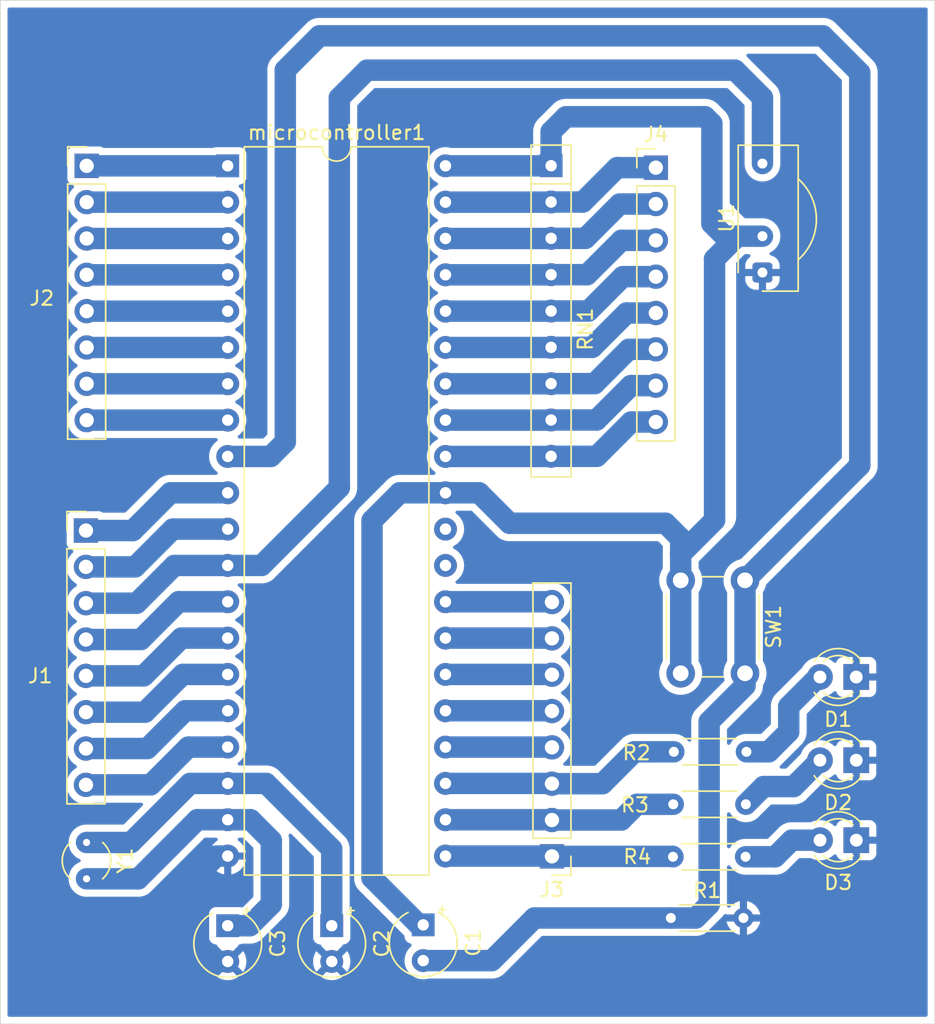
<source format=kicad_pcb>
(kicad_pcb (version 20221018) (generator pcbnew)
  (layers (0 "F.Cu" signal) (31 "B.Cu" signal) (34 "B.Paste" user) (35 "F.Paste" user) (36 "B.SilkS" user "B.Silkscreen") (37 "F.SilkS" user "F.Silkscreen") (38 "B.Mask" user) (39 "F.Mask" user) (44 "Edge.Cuts" user))
  (net 0 "")
  (net 1 "+5V")
  (net 2 "Net-(microcontroller1-RESET)")
  (net 3 "Net-(microcontroller1-X2)")
  (net 4 "GND")
  (net 5 "Net-(microcontroller1-X1)")
  (net 6 "Net-(D1-A)")
  (net 7 "Net-(D2-A)")
  (net 8 "Net-(D3-A)")
  (net 9 "Net-(J1-Pin_1)")
  (net 10 "Net-(J1-Pin_2)")
  (net 11 "Net-(J1-Pin_3)")
  (net 12 "Net-(J1-Pin_4)")
  (net 13 "Net-(J1-Pin_5)")
  (net 14 "Net-(J1-Pin_6)")
  (net 15 "Net-(J1-Pin_7)")
  (net 16 "Net-(J1-Pin_8)")
  (net 17 "Net-(J2-Pin_1)")
  (net 18 "Net-(J2-Pin_2)")
  (net 19 "Net-(J2-Pin_3)")
  (net 20 "Net-(J2-Pin_4)")
  (net 21 "Net-(J2-Pin_5)")
  (net 22 "Net-(J2-Pin_6)")
  (net 23 "Net-(J2-Pin_7)")
  (net 24 "Net-(J2-Pin_8)")
  (net 25 "Net-(J3-Pin_1)")
  (net 26 "Net-(J3-Pin_2)")
  (net 27 "Net-(J3-Pin_3)")
  (net 28 "Net-(J3-Pin_4)")
  (net 29 "Net-(J3-Pin_5)")
  (net 30 "Net-(J3-Pin_6)")
  (net 31 "Net-(J3-Pin_7)")
  (net 32 "Net-(J3-Pin_8)")
  (net 33 "Net-(J4-Pin_1)")
  (net 34 "Net-(J4-Pin_2)")
  (net 35 "Net-(J4-Pin_3)")
  (net 36 "Net-(J4-Pin_4)")
  (net 37 "Net-(J4-Pin_5)")
  (net 38 "Net-(J4-Pin_6)")
  (net 39 "Net-(J4-Pin_7)")
  (net 40 "Net-(J4-Pin_8)")
  (footprint "Button_Switch_THT:SW_PUSH_6mm" (layer "F.Cu") (at 101.39 60.43 -90)
    (fp_text reference "SW1" (at 3.25 -2 90) (layer "F.SilkS"))
    (fp_text value "SW_MEC_5E")
    (fp_line (start -0.25 1.5) (end -0.25 3) (stroke (width 0.12)) (layer "F.SilkS"))
    (fp_line (start 1 5.5) (end 5.5 5.5) (stroke (width 0.12)) (layer "F.SilkS"))
    (fp_line (start 5.5 -1) (end 1 -1) (stroke (width 0.12)) (layer "F.SilkS"))
    (fp_line (start 6.75 3) (end 6.75 1.5) (stroke (width 0.12)) (layer "F.SilkS"))
    (pad "1" thru_hole circle (at 0 0) (size 2 2) (drill 1.1) (layers "*.Cu" "*.Mask") (net 2 "Net-(microcontroller1-RESET)"))
    (pad "1" thru_hole circle (at 6.5 0) (size 2 2) (drill 1.1) (layers "*.Cu" "*.Mask") (net 2 "Net-(microcontroller1-RESET)"))
    (pad "2" thru_hole circle (at 0 4.5) (size 2 2) (drill 1.1) (layers "*.Cu" "*.Mask") (net 1 "+5V"))
    (pad "2" thru_hole circle (at 6.5 4.5) (size 2 2) (drill 1.1) (layers "*.Cu" "*.Mask") (net 1 "+5V"))
  )
  (footprint "Resistor_THT:R_Axial_DIN0204_L3.6mm_D1.6mm_P5.08mm_Horizontal" (layer "F.Cu") (at 96.37 76.09)
    (fp_text reference "R3" (at -2.68 0.05) (layer "F.SilkS"))
    (fp_text value "R_Small_US")
    (fp_line (start 0.62 -0.92) (end 4.46 -0.92) (stroke (width 0.12)) (layer "F.SilkS"))
    (fp_line (start 0.62 0.92) (end 4.46 0.92) (stroke (width 0.12)) (layer "F.SilkS"))
    (pad "1" thru_hole circle (at 0 0) (size 1.4 1.4) (drill 0.7) (layers "*.Cu" "*.Mask") (net 26 "Net-(J3-Pin_2)"))
    (pad "2" thru_hole oval (at 5.08 0) (size 1.4 1.4) (drill 0.7) (layers "*.Cu" "*.Mask") (net 7 "Net-(D2-A)"))
  )
  (footprint "LED_THT:LED_D3.0mm" (layer "F.Cu") (at 109.175 73.01 180)
    (fp_text reference "D2" (at 1.27 -2.96) (layer "F.SilkS"))
    (fp_text value "LED")
    (fp_line (start -0.29 -1.236) (end -0.29 -1.08) (stroke (width 0.12)) (layer "F.SilkS"))
    (fp_line (start -0.29 1.08) (end -0.29 1.236) (stroke (width 0.12)) (layer "F.SilkS"))
    (fp_arc (start -0.29 -1.235516) (mid 1.366487 -1.987659) (end 2.942335 -1.078608) (stroke (width 0.12)) (layer "F.SilkS"))
    (fp_arc (start 0.229039 -1.08) (mid 1.270117 -1.5) (end 2.31113 -1.079837) (stroke (width 0.12)) (layer "F.SilkS"))
    (fp_arc (start 2.31113 1.079837) (mid 1.270117 1.5) (end 0.229039 1.08) (stroke (width 0.12)) (layer "F.SilkS"))
    (fp_arc (start 2.942335 1.078608) (mid 1.366487 1.987659) (end -0.29 1.235516) (stroke (width 0.12)) (layer "F.SilkS"))
    (pad "1" thru_hole rect (at 0 0 180) (size 1.8 1.8) (drill 0.9) (layers "*.Cu" "*.Mask") (net 4 "GND"))
    (pad "2" thru_hole circle (at 2.54 0 180) (size 1.8 1.8) (drill 0.9) (layers "*.Cu" "*.Mask") (net 7 "Net-(D2-A)"))
  )
  (footprint "Connector_PinHeader_2.54mm:PinHeader_1x08_P2.54mm_Vertical" (layer "F.Cu") (at 95.15 31.58)
    (fp_text reference "J4" (at 0 -2.33) (layer "F.SilkS"))
    (fp_text value "Conn_01x08")
    (fp_line (start -1.33 -1.33) (end 0 -1.33) (stroke (width 0.12)) (layer "F.SilkS"))
    (fp_line (start -1.33 0) (end -1.33 -1.33) (stroke (width 0.12)) (layer "F.SilkS"))
    (fp_line (start -1.33 1.27) (end -1.33 19.11) (stroke (width 0.12)) (layer "F.SilkS"))
    (fp_line (start -1.33 1.27) (end 1.33 1.27) (stroke (width 0.12)) (layer "F.SilkS"))
    (fp_line (start -1.33 19.11) (end 1.33 19.11) (stroke (width 0.12)) (layer "F.SilkS"))
    (fp_line (start 1.33 1.27) (end 1.33 19.11) (stroke (width 0.12)) (layer "F.SilkS"))
    (pad "1" thru_hole rect (at 0 0) (size 1.7 1.7) (drill 1) (layers "*.Cu" "*.Mask") (net 33 "Net-(J4-Pin_1)"))
    (pad "2" thru_hole oval (at 0 2.54) (size 1.7 1.7) (drill 1) (layers "*.Cu" "*.Mask") (net 34 "Net-(J4-Pin_2)"))
    (pad "3" thru_hole oval (at 0 5.08) (size 1.7 1.7) (drill 1) (layers "*.Cu" "*.Mask") (net 35 "Net-(J4-Pin_3)"))
    (pad "4" thru_hole oval (at 0 7.62) (size 1.7 1.7) (drill 1) (layers "*.Cu" "*.Mask") (net 36 "Net-(J4-Pin_4)"))
    (pad "5" thru_hole oval (at 0 10.16) (size 1.7 1.7) (drill 1) (layers "*.Cu" "*.Mask") (net 37 "Net-(J4-Pin_5)"))
    (pad "6" thru_hole oval (at 0 12.7) (size 1.7 1.7) (drill 1) (layers "*.Cu" "*.Mask") (net 38 "Net-(J4-Pin_6)"))
    (pad "7" thru_hole oval (at 0 15.24) (size 1.7 1.7) (drill 1) (layers "*.Cu" "*.Mask") (net 39 "Net-(J4-Pin_7)"))
    (pad "8" thru_hole oval (at 0 17.78) (size 1.7 1.7) (drill 1) (layers "*.Cu" "*.Mask") (net 40 "Net-(J4-Pin_8)"))
  )
  (footprint "Resistor_THT:R_Axial_DIN0204_L3.6mm_D1.6mm_P5.08mm_Horizontal" (layer "F.Cu") (at 96.35 79.76)
    (fp_text reference "R4" (at -2.5 0) (layer "F.SilkS"))
    (fp_text value "R_Small_US")
    (fp_line (start 0.62 -0.92) (end 4.46 -0.92) (stroke (width 0.12)) (layer "F.SilkS"))
    (fp_line (start 0.62 0.92) (end 4.46 0.92) (stroke (width 0.12)) (layer "F.SilkS"))
    (pad "1" thru_hole circle (at 0 0) (size 1.4 1.4) (drill 0.7) (layers "*.Cu" "*.Mask") (net 25 "Net-(J3-Pin_1)"))
    (pad "2" thru_hole oval (at 5.08 0) (size 1.4 1.4) (drill 0.7) (layers "*.Cu" "*.Mask") (net 8 "Net-(D3-A)"))
  )
  (footprint "Connector_PinHeader_2.54mm:PinHeader_1x08_P2.54mm_Vertical" (layer "F.Cu") (at 87.88 79.73 180)
    (fp_text reference "J3" (at 0 -2.33) (layer "F.SilkS"))
    (fp_text value "Conn_01x08")
    (fp_line (start -1.33 -1.33) (end 0 -1.33) (stroke (width 0.12)) (layer "F.SilkS"))
    (fp_line (start -1.33 0) (end -1.33 -1.33) (stroke (width 0.12)) (layer "F.SilkS"))
    (fp_line (start -1.33 1.27) (end -1.33 19.11) (stroke (width 0.12)) (layer "F.SilkS"))
    (fp_line (start -1.33 1.27) (end 1.33 1.27) (stroke (width 0.12)) (layer "F.SilkS"))
    (fp_line (start -1.33 19.11) (end 1.33 19.11) (stroke (width 0.12)) (layer "F.SilkS"))
    (fp_line (start 1.33 1.27) (end 1.33 19.11) (stroke (width 0.12)) (layer "F.SilkS"))
    (pad "1" thru_hole rect (at 0 0 180) (size 1.7 1.7) (drill 1) (layers "*.Cu" "*.Mask") (net 25 "Net-(J3-Pin_1)"))
    (pad "2" thru_hole oval (at 0 2.54 180) (size 1.7 1.7) (drill 1) (layers "*.Cu" "*.Mask") (net 26 "Net-(J3-Pin_2)"))
    (pad "3" thru_hole oval (at 0 5.08 180) (size 1.7 1.7) (drill 1) (layers "*.Cu" "*.Mask") (net 27 "Net-(J3-Pin_3)"))
    (pad "4" thru_hole oval (at 0 7.62 180) (size 1.7 1.7) (drill 1) (layers "*.Cu" "*.Mask") (net 28 "Net-(J3-Pin_4)"))
    (pad "5" thru_hole oval (at 0 10.16 180) (size 1.7 1.7) (drill 1) (layers "*.Cu" "*.Mask") (net 29 "Net-(J3-Pin_5)"))
    (pad "6" thru_hole oval (at 0 12.7 180) (size 1.7 1.7) (drill 1) (layers "*.Cu" "*.Mask") (net 30 "Net-(J3-Pin_6)"))
    (pad "7" thru_hole oval (at 0 15.24 180) (size 1.7 1.7) (drill 1) (layers "*.Cu" "*.Mask") (net 31 "Net-(J3-Pin_7)"))
    (pad "8" thru_hole oval (at 0 17.78 180) (size 1.7 1.7) (drill 1) (layers "*.Cu" "*.Mask") (net 32 "Net-(J3-Pin_8)"))
  )
  (footprint "Crystal:Crystal_AT310_D3.0mm_L10.0mm_Vertical" (layer "F.Cu") (at 55.31 78.76 -90)
    (fp_text reference "Y1" (at 1.27 -2.7 90) (layer "F.SilkS"))
    (fp_text value "Crystal")
    (fp_arc (start 0 -1.130088) (mid 1.270408 -1.7) (end 2.540542 -1.129479) (stroke (width 0.12)) (layer "F.SilkS"))
    (fp_arc (start 2.540542 1.129479) (mid 1.270408 1.7) (end 0 1.130088) (stroke (width 0.12)) (layer "F.SilkS"))
    (pad "1" thru_hole circle (at 0 0 270) (size 1 1) (drill 0.5) (layers "*.Cu" "*.Mask") (net 3 "Net-(microcontroller1-X2)"))
    (pad "2" thru_hole circle (at 2.54 0 270) (size 1 1) (drill 0.5) (layers "*.Cu" "*.Mask") (net 5 "Net-(microcontroller1-X1)"))
  )
  (footprint "Capacitor_THT:CP_Radial_Tantal_D4.5mm_P2.50mm" (layer "F.Cu") (at 72.47 84.58 -90)
    (fp_text reference "C2" (at 1.25 -3.5 90) (layer "F.SilkS"))
    (fp_text value "C_Small")
    (fp_line (start -1.287288 -1.335) (end -0.837288 -1.335) (stroke (width 0.12)) (layer "F.SilkS"))
    (fp_line (start -1.062288 -1.56) (end -1.062288 -1.11) (stroke (width 0.12)) (layer "F.SilkS"))
    (fp_arc (start -0.869741 -1.06) (mid 3.62 0) (end -0.869741 1.06) (stroke (width 0.12)) (layer "F.SilkS"))
    (pad "1" thru_hole rect (at 0 0 270) (size 1.6 1.6) (drill 0.8) (layers "*.Cu" "*.Mask") (net 3 "Net-(microcontroller1-X2)"))
    (pad "2" thru_hole circle (at 2.5 0 270) (size 1.6 1.6) (drill 0.8) (layers "*.Cu" "*.Mask") (net 4 "GND"))
  )
  (footprint "Connector_PinHeader_2.54mm:PinHeader_1x08_P2.54mm_Vertical" (layer "F.Cu") (at 55.32 31.45)
    (fp_text reference "J2" (at -3.14 9.26) (layer "F.SilkS"))
    (fp_text value "Conn_01x08")
    (fp_line (start -1.33 -1.33) (end 0 -1.33) (stroke (width 0.12)) (layer "F.SilkS"))
    (fp_line (start -1.33 0) (end -1.33 -1.33) (stroke (width 0.12)) (layer "F.SilkS"))
    (fp_line (start -1.33 1.27) (end -1.33 19.11) (stroke (width 0.12)) (layer "F.SilkS"))
    (fp_line (start -1.33 1.27) (end 1.33 1.27) (stroke (width 0.12)) (layer "F.SilkS"))
    (fp_line (start -1.33 19.11) (end 1.33 19.11) (stroke (width 0.12)) (layer "F.SilkS"))
    (fp_line (start 1.33 1.27) (end 1.33 19.11) (stroke (width 0.12)) (layer "F.SilkS"))
    (pad "1" thru_hole rect (at 0 0) (size 1.7 1.7) (drill 1) (layers "*.Cu" "*.Mask") (net 17 "Net-(J2-Pin_1)"))
    (pad "2" thru_hole oval (at 0 2.54) (size 1.7 1.7) (drill 1) (layers "*.Cu" "*.Mask") (net 18 "Net-(J2-Pin_2)"))
    (pad "3" thru_hole oval (at 0 5.08) (size 1.7 1.7) (drill 1) (layers "*.Cu" "*.Mask") (net 19 "Net-(J2-Pin_3)"))
    (pad "4" thru_hole oval (at 0 7.62) (size 1.7 1.7) (drill 1) (layers "*.Cu" "*.Mask") (net 20 "Net-(J2-Pin_4)"))
    (pad "5" thru_hole oval (at 0 10.16) (size 1.7 1.7) (drill 1) (layers "*.Cu" "*.Mask") (net 21 "Net-(J2-Pin_5)"))
    (pad "6" thru_hole oval (at 0 12.7) (size 1.7 1.7) (drill 1) (layers "*.Cu" "*.Mask") (net 22 "Net-(J2-Pin_6)"))
    (pad "7" thru_hole oval (at 0 15.24) (size 1.7 1.7) (drill 1) (layers "*.Cu" "*.Mask") (net 23 "Net-(J2-Pin_7)"))
    (pad "8" thru_hole oval (at 0 17.78) (size 1.7 1.7) (drill 1) (layers "*.Cu" "*.Mask") (net 24 "Net-(J2-Pin_8)"))
  )
  (footprint "Resistor_THT:R_Axial_DIN0204_L3.6mm_D1.6mm_P5.08mm_Horizontal" (layer "F.Cu") (at 96.41 72.42)
    (fp_text reference "R2" (at -2.61 0.07) (layer "F.SilkS"))
    (fp_text value "R_Small_US")
    (fp_line (start 0.62 -0.92) (end 4.46 -0.92) (stroke (width 0.12)) (layer "F.SilkS"))
    (fp_line (start 0.62 0.92) (end 4.46 0.92) (stroke (width 0.12)) (layer "F.SilkS"))
    (pad "1" thru_hole circle (at 0 0) (size 1.4 1.4) (drill 0.7) (layers "*.Cu" "*.Mask") (net 27 "Net-(J3-Pin_3)"))
    (pad "2" thru_hole oval (at 5.08 0) (size 1.4 1.4) (drill 0.7) (layers "*.Cu" "*.Mask") (net 6 "Net-(D1-A)"))
  )
  (footprint "LED_THT:LED_D3.0mm" (layer "F.Cu") (at 109.175 67.19 180)
    (fp_text reference "D1" (at 1.27 -2.96) (layer "F.SilkS"))
    (fp_text value "LED")
    (fp_line (start -0.29 -1.236) (end -0.29 -1.08) (stroke (width 0.12)) (layer "F.SilkS"))
    (fp_line (start -0.29 1.08) (end -0.29 1.236) (stroke (width 0.12)) (layer "F.SilkS"))
    (fp_arc (start -0.29 -1.235516) (mid 1.366487 -1.987659) (end 2.942335 -1.078608) (stroke (width 0.12)) (layer "F.SilkS"))
    (fp_arc (start 0.229039 -1.08) (mid 1.270117 -1.5) (end 2.31113 -1.079837) (stroke (width 0.12)) (layer "F.SilkS"))
    (fp_arc (start 2.31113 1.079837) (mid 1.270117 1.5) (end 0.229039 1.08) (stroke (width 0.12)) (layer "F.SilkS"))
    (fp_arc (start 2.942335 1.078608) (mid 1.366487 1.987659) (end -0.29 1.235516) (stroke (width 0.12)) (layer "F.SilkS"))
    (pad "1" thru_hole rect (at 0 0 180) (size 1.8 1.8) (drill 0.9) (layers "*.Cu" "*.Mask") (net 4 "GND"))
    (pad "2" thru_hole circle (at 2.54 0 180) (size 1.8 1.8) (drill 0.9) (layers "*.Cu" "*.Mask") (net 6 "Net-(D1-A)"))
  )
  (footprint "LED_THT:LED_D3.0mm" (layer "F.Cu") (at 109.18 78.6 180)
    (fp_text reference "D3" (at 1.27 -2.96) (layer "F.SilkS"))
    (fp_text value "LED")
    (fp_line (start -0.29 -1.236) (end -0.29 -1.08) (stroke (width 0.12)) (layer "F.SilkS"))
    (fp_line (start -0.29 1.08) (end -0.29 1.236) (stroke (width 0.12)) (layer "F.SilkS"))
    (fp_arc (start -0.29 -1.235516) (mid 1.366487 -1.987659) (end 2.942335 -1.078608) (stroke (width 0.12)) (layer "F.SilkS"))
    (fp_arc (start 0.229039 -1.08) (mid 1.270117 -1.5) (end 2.31113 -1.079837) (stroke (width 0.12)) (layer "F.SilkS"))
    (fp_arc (start 2.31113 1.079837) (mid 1.270117 1.5) (end 0.229039 1.08) (stroke (width 0.12)) (layer "F.SilkS"))
    (fp_arc (start 2.942335 1.078608) (mid 1.366487 1.987659) (end -0.29 1.235516) (stroke (width 0.12)) (layer "F.SilkS"))
    (pad "1" thru_hole rect (at 0 0 180) (size 1.8 1.8) (drill 0.9) (layers "*.Cu" "*.Mask") (net 4 "GND"))
    (pad "2" thru_hole circle (at 2.54 0 180) (size 1.8 1.8) (drill 0.9) (layers "*.Cu" "*.Mask") (net 8 "Net-(D3-A)"))
  )
  (footprint "OptoDevice:Vishay_CAST-3Pin" (layer "F.Cu") (at 102.61 38.91 90)
    (fp_text reference "U1" (at 3.8 -2.5 90) (layer "F.SilkS"))
    (fp_text value "TSOP17xx")
    (fp_line (start -1.3 0) (end -1.3 2.5) (stroke (width 0.12)) (layer "F.SilkS"))
    (fp_line (start -1.3 2.5) (end 0.9 2.5) (stroke (width 0.12)) (layer "F.SilkS"))
    (fp_line (start 0.9 2.5) (end 6.6 2.5) (stroke (width 0.12)) (layer "F.SilkS"))
    (fp_line (start 6.5 2.5) (end 8.9 2.5) (stroke (width 0.12)) (layer "F.SilkS"))
    (fp_line (start 8.9 -1.7) (end 0 -1.7) (stroke (width 0.12)) (layer "F.SilkS"))
    (fp_line (start 8.9 2.5) (end 8.9 -1.7) (stroke (width 0.12)) (layer "F.SilkS"))
    (fp_arc (start 6.55 2.5) (mid 3.722825 3.776095) (end 0.893744 2.504232) (stroke (width 0.12)) (layer "F.SilkS"))
    (pad "1" thru_hole roundrect (at 0 0 90) (size 1.4 1.4) (drill 0.7) (layers "*.Cu" "*.Mask") (roundrect_rratio 0.178) (net 4 "GND"))
    (pad "2" thru_hole circle (at 2.54 0 90) (size 1.4 1.4) (drill 0.7) (layers "*.Cu" "*.Mask") (net 1 "+5V"))
    (pad "3" thru_hole circle (at 7.62 0 90) (size 1.4 1.4) (drill 0.7) (layers "*.Cu" "*.Mask") (net 11 "Net-(J1-Pin_3)"))
  )
  (footprint "Capacitor_THT:CP_Radial_Tantal_D4.5mm_P2.50mm" (layer "F.Cu") (at 78.87 84.52 -90)
    (fp_text reference "C1" (at 1.25 -3.5 90) (layer "F.SilkS"))
    (fp_text value "C_Small")
    (fp_line (start -1.287288 -1.335) (end -0.837288 -1.335) (stroke (width 0.12)) (layer "F.SilkS"))
    (fp_line (start -1.062288 -1.56) (end -1.062288 -1.11) (stroke (width 0.12)) (layer "F.SilkS"))
    (fp_arc (start -0.869741 -1.06) (mid 3.62 0) (end -0.869741 1.06) (stroke (width 0.12)) (layer "F.SilkS"))
    (pad "1" thru_hole rect (at 0 0 270) (size 1.6 1.6) (drill 0.8) (layers "*.Cu" "*.Mask") (net 1 "+5V"))
    (pad "2" thru_hole circle (at 2.5 0 270) (size 1.6 1.6) (drill 0.8) (layers "*.Cu" "*.Mask") (net 2 "Net-(microcontroller1-RESET)"))
  )
  (footprint "Resistor_THT:R_Array_SIP9" (layer "F.Cu") (at 87.82 31.44 -90)
    (fp_text reference "RN1" (at 11.43 -2.4 90) (layer "F.SilkS"))
    (fp_text value "R_Network08")
    (fp_line (start -1.44 -1.4) (end -1.44 1.4) (stroke (width 0.12)) (layer "F.SilkS"))
    (fp_line (start -1.44 1.4) (end 21.76 1.4) (stroke (width 0.12)) (layer "F.SilkS"))
    (fp_line (start 1.27 -1.4) (end 1.27 1.4) (stroke (width 0.12)) (layer "F.SilkS"))
    (fp_line (start 21.76 -1.4) (end -1.44 -1.4) (stroke (width 0.12)) (layer "F.SilkS"))
    (fp_line (start 21.76 1.4) (end 21.76 -1.4) (stroke (width 0.12)) (layer "F.SilkS"))
    (pad "1" thru_hole rect (at 0 0 270) (size 1.6 1.6) (drill 0.8) (layers "*.Cu" "*.Mask") (net 1 "+5V"))
    (pad "2" thru_hole oval (at 2.54 0 270) (size 1.6 1.6) (drill 0.8) (layers "*.Cu" "*.Mask") (net 33 "Net-(J4-Pin_1)"))
    (pad "3" thru_hole oval (at 5.08 0 270) (size 1.6 1.6) (drill 0.8) (layers "*.Cu" "*.Mask") (net 34 "Net-(J4-Pin_2)"))
    (pad "4" thru_hole oval (at 7.62 0 270) (size 1.6 1.6) (drill 0.8) (layers "*.Cu" "*.Mask") (net 35 "Net-(J4-Pin_3)"))
    (pad "5" thru_hole oval (at 10.16 0 270) (size 1.6 1.6) (drill 0.8) (layers "*.Cu" "*.Mask") (net 36 "Net-(J4-Pin_4)"))
    (pad "6" thru_hole oval (at 12.7 0 270) (size 1.6 1.6) (drill 0.8) (layers "*.Cu" "*.Mask") (net 37 "Net-(J4-Pin_5)"))
    (pad "7" thru_hole oval (at 15.24 0 270) (size 1.6 1.6) (drill 0.8) (layers "*.Cu" "*.Mask") (net 38 "Net-(J4-Pin_6)"))
    (pad "8" thru_hole oval (at 17.78 0 270) (size 1.6 1.6) (drill 0.8) (layers "*.Cu" "*.Mask") (net 39 "Net-(J4-Pin_7)"))
    (pad "9" thru_hole oval (at 20.32 0 270) (size 1.6 1.6) (drill 0.8) (layers "*.Cu" "*.Mask") (net 40 "Net-(J4-Pin_8)"))
  )
  (footprint "Resistor_THT:R_Axial_DIN0204_L3.6mm_D1.6mm_P5.08mm_Horizontal" (layer "F.Cu") (at 96.2 84.04)
    (fp_text reference "R1" (at 2.54 -1.92) (layer "F.SilkS"))
    (fp_text value "R_Small_US")
    (fp_line (start 0.62 -0.92) (end 4.46 -0.92) (stroke (width 0.12)) (layer "F.SilkS"))
    (fp_line (start 0.62 0.92) (end 4.46 0.92) (stroke (width 0.12)) (layer "F.SilkS"))
    (pad "1" thru_hole circle (at 0 0) (size 1.4 1.4) (drill 0.7) (layers "*.Cu" "*.Mask") (net 2 "Net-(microcontroller1-RESET)"))
    (pad "2" thru_hole oval (at 5.08 0) (size 1.4 1.4) (drill 0.7) (layers "*.Cu" "*.Mask") (net 4 "GND"))
  )
  (footprint "Capacitor_THT:CP_Radial_Tantal_D4.5mm_P2.50mm" (layer "F.Cu") (at 65.19 84.58 -90)
    (fp_text reference "C3" (at 1.25 -3.5 90) (layer "F.SilkS"))
    (fp_text value "C_Small")
    (fp_line (start -1.287288 -1.335) (end -0.837288 -1.335) (stroke (width 0.12)) (layer "F.SilkS"))
    (fp_line (start -1.062288 -1.56) (end -1.062288 -1.11) (stroke (width 0.12)) (layer "F.SilkS"))
    (fp_arc (start -0.869741 -1.06) (mid 3.62 0) (end -0.869741 1.06) (stroke (width 0.12)) (layer "F.SilkS"))
    (pad "1" thru_hole rect (at 0 0 270) (size 1.6 1.6) (drill 0.8) (layers "*.Cu" "*.Mask") (net 5 "Net-(microcontroller1-X1)"))
    (pad "2" thru_hole circle (at 2.5 0 270) (size 1.6 1.6) (drill 0.8) (layers "*.Cu" "*.Mask") (net 4 "GND"))
  )
  (footprint "Connector_PinHeader_2.54mm:PinHeader_1x08_P2.54mm_Vertical" (layer "F.Cu") (at 55.27 56.95)
    (fp_text reference "J1" (at -3.2 10.16) (layer "F.SilkS"))
    (fp_text value "Conn_01x08")
    (fp_line (start -1.33 -1.33) (end 0 -1.33) (stroke (width 0.12)) (layer "F.SilkS"))
    (fp_line (start -1.33 0) (end -1.33 -1.33) (stroke (width 0.12)) (layer "F.SilkS"))
    (fp_line (start -1.33 1.27) (end -1.33 19.11) (stroke (width 0.12)) (layer "F.SilkS"))
    (fp_line (start -1.33 1.27) (end 1.33 1.27) (stroke (width 0.12)) (layer "F.SilkS"))
    (fp_line (start -1.33 19.11) (end 1.33 19.11) (stroke (width 0.12)) (layer "F.SilkS"))
    (fp_line (start 1.33 1.27) (end 1.33 19.11) (stroke (width 0.12)) (layer "F.SilkS"))
    (pad "1" thru_hole rect (at 0 0) (size 1.7 1.7) (drill 1) (layers "*.Cu" "*.Mask") (net 9 "Net-(J1-Pin_1)"))
    (pad "2" thru_hole oval (at 0 2.54) (size 1.7 1.7) (drill 1) (layers "*.Cu" "*.Mask") (net 10 "Net-(J1-Pin_2)"))
    (pad "3" thru_hole oval (at 0 5.08) (size 1.7 1.7) (drill 1) (layers "*.Cu" "*.Mask") (net 11 "Net-(J1-Pin_3)"))
    (pad "4" thru_hole oval (at 0 7.62) (size 1.7 1.7) (drill 1) (layers "*.Cu" "*.Mask") (net 12 "Net-(J1-Pin_4)"))
    (pad "5" thru_hole oval (at 0 10.16) (size 1.7 1.7) (drill 1) (layers "*.Cu" "*.Mask") (net 13 "Net-(J1-Pin_5)"))
    (pad "6" thru_hole oval (at 0 12.7) (size 1.7 1.7) (drill 1) (layers "*.Cu" "*.Mask") (net 14 "Net-(J1-Pin_6)"))
    (pad "7" thru_hole oval (at 0 15.24) (size 1.7 1.7) (drill 1) (layers "*.Cu" "*.Mask") (net 15 "Net-(J1-Pin_7)"))
    (pad "8" thru_hole oval (at 0 17.78) (size 1.7 1.7) (drill 1) (layers "*.Cu" "*.Mask") (net 16 "Net-(J1-Pin_8)"))
  )
  (footprint "Package_DIP:DIP-40_W15.24mm" (layer "F.Cu") (at 65.19 31.45)
    (fp_text reference "microcontroller1" (at 7.62 -2.33) (layer "F.SilkS"))
    (fp_text value "8051")
    (fp_line (start 1.16 -1.33) (end 1.16 49.59) (stroke (width 0.12)) (layer "F.SilkS"))
    (fp_line (start 1.16 49.59) (end 14.08 49.59) (stroke (width 0.12)) (layer "F.SilkS"))
    (fp_line (start 6.62 -1.33) (end 1.16 -1.33) (stroke (width 0.12)) (layer "F.SilkS"))
    (fp_line (start 14.08 -1.33) (end 8.62 -1.33) (stroke (width 0.12)) (layer "F.SilkS"))
    (fp_line (start 14.08 49.59) (end 14.08 -1.33) (stroke (width 0.12)) (layer "F.SilkS"))
    (fp_arc (start 8.62 -1.33) (mid 7.62 -0.33) (end 6.62 -1.33) (stroke (width 0.12)) (layer "F.SilkS"))
    (pad "1" thru_hole rect (at 0 0) (size 1.6 1.6) (drill 0.8) (layers "*.Cu" "*.Mask") (net 17 "Net-(J2-Pin_1)"))
    (pad "2" thru_hole oval (at 0 2.54) (size 1.6 1.6) (drill 0.8) (layers "*.Cu" "*.Mask") (net 18 "Net-(J2-Pin_2)"))
    (pad "3" thru_hole oval (at 0 5.08) (size 1.6 1.6) (drill 0.8) (layers "*.Cu" "*.Mask") (net 19 "Net-(J2-Pin_3)"))
    (pad "4" thru_hole oval (at 0 7.62) (size 1.6 1.6) (drill 0.8) (layers "*.Cu" "*.Mask") (net 20 "Net-(J2-Pin_4)"))
    (pad "5" thru_hole oval (at 0 10.16) (size 1.6 1.6) (drill 0.8) (layers "*.Cu" "*.Mask") (net 21 "Net-(J2-Pin_5)"))
    (pad "6" thru_hole oval (at 0 12.7) (size 1.6 1.6) (drill 0.8) (layers "*.Cu" "*.Mask") (net 22 "Net-(J2-Pin_6)"))
    (pad "7" thru_hole oval (at 0 15.24) (size 1.6 1.6) (drill 0.8) (layers "*.Cu" "*.Mask") (net 23 "Net-(J2-Pin_7)"))
    (pad "8" thru_hole oval (at 0 17.78) (size 1.6 1.6) (drill 0.8) (layers "*.Cu" "*.Mask") (net 24 "Net-(J2-Pin_8)"))
    (pad "9" thru_hole oval (at 0 20.32) (size 1.6 1.6) (drill 0.8) (layers "*.Cu" "*.Mask") (net 2 "Net-(microcontroller1-RESET)"))
    (pad "10" thru_hole oval (at 0 22.86) (size 1.6 1.6) (drill 0.8) (layers "*.Cu" "*.Mask") (net 9 "Net-(J1-Pin_1)"))
    (pad "11" thru_hole oval (at 0 25.4) (size 1.6 1.6) (drill 0.8) (layers "*.Cu" "*.Mask") (net 10 "Net-(J1-Pin_2)"))
    (pad "12" thru_hole oval (at 0 27.94) (size 1.6 1.6) (drill 0.8) (layers "*.Cu" "*.Mask") (net 11 "Net-(J1-Pin_3)"))
    (pad "13" thru_hole oval (at 0 30.48) (size 1.6 1.6) (drill 0.8) (layers "*.Cu" "*.Mask") (net 12 "Net-(J1-Pin_4)"))
    (pad "14" thru_hole oval (at 0 33.02) (size 1.6 1.6) (drill 0.8) (layers "*.Cu" "*.Mask") (net 13 "Net-(J1-Pin_5)"))
    (pad "15" thru_hole oval (at 0 35.56) (size 1.6 1.6) (drill 0.8) (layers "*.Cu" "*.Mask") (net 14 "Net-(J1-Pin_6)"))
    (pad "16" thru_hole oval (at 0 38.1) (size 1.6 1.6) (drill 0.8) (layers "*.Cu" "*.Mask") (net 15 "Net-(J1-Pin_7)"))
    (pad "17" thru_hole oval (at 0 40.64) (size 1.6 1.6) (drill 0.8) (layers "*.Cu" "*.Mask") (net 16 "Net-(J1-Pin_8)"))
    (pad "18" thru_hole oval (at 0 43.18) (size 1.6 1.6) (drill 0.8) (layers "*.Cu" "*.Mask") (net 3 "Net-(microcontroller1-X2)"))
    (pad "19" thru_hole oval (at 0 45.72) (size 1.6 1.6) (drill 0.8) (layers "*.Cu" "*.Mask") (net 5 "Net-(microcontroller1-X1)"))
    (pad "20" thru_hole oval (at 0 48.26) (size 1.6 1.6) (drill 0.8) (layers "*.Cu" "*.Mask") (net 4 "GND"))
    (pad "21" thru_hole oval (at 15.24 48.26) (size 1.6 1.6) (drill 0.8) (layers "*.Cu" "*.Mask") (net 25 "Net-(J3-Pin_1)"))
    (pad "22" thru_hole oval (at 15.24 45.72) (size 1.6 1.6) (drill 0.8) (layers "*.Cu" "*.Mask") (net 26 "Net-(J3-Pin_2)"))
    (pad "23" thru_hole oval (at 15.24 43.18) (size 1.6 1.6) (drill 0.8) (layers "*.Cu" "*.Mask") (net 27 "Net-(J3-Pin_3)"))
    (pad "24" thru_hole oval (at 15.24 40.64) (size 1.6 1.6) (drill 0.8) (layers "*.Cu" "*.Mask") (net 28 "Net-(J3-Pin_4)"))
    (pad "25" thru_hole oval (at 15.24 38.1) (size 1.6 1.6) (drill 0.8) (layers "*.Cu" "*.Mask") (net 29 "Net-(J3-Pin_5)"))
    (pad "26" thru_hole oval (at 15.24 35.56) (size 1.6 1.6) (drill 0.8) (layers "*.Cu" "*.Mask") (net 30 "Net-(J3-Pin_6)"))
    (pad "27" thru_hole oval (at 15.24 33.02) (size 1.6 1.6) (drill 0.8) (layers "*.Cu" "*.Mask") (net 31 "Net-(J3-Pin_7)"))
    (pad "28" thru_hole oval (at 15.24 30.48) (size 1.6 1.6) (drill 0.8) (layers "*.Cu" "*.Mask") (net 32 "Net-(J3-Pin_8)"))
    (pad "29" thru_hole oval (at 15.24 27.94) (size 1.6 1.6) (drill 0.8) (layers "*.Cu" "*.Mask"))
    (pad "30" thru_hole oval (at 15.24 25.4) (size 1.6 1.6) (drill 0.8) (layers "*.Cu" "*.Mask"))
    (pad "31" thru_hole oval (at 15.24 22.86) (size 1.6 1.6) (drill 0.8) (layers "*.Cu" "*.Mask") (net 1 "+5V"))
    (pad "32" thru_hole oval (at 15.24 20.32) (size 1.6 1.6) (drill 0.8) (layers "*.Cu" "*.Mask") (net 40 "Net-(J4-Pin_8)"))
    (pad "33" thru_hole oval (at 15.24 17.78) (size 1.6 1.6) (drill 0.8) (layers "*.Cu" "*.Mask") (net 39 "Net-(J4-Pin_7)"))
    (pad "34" thru_hole oval (at 15.24 15.24) (size 1.6 1.6) (drill 0.8) (layers "*.Cu" "*.Mask") (net 38 "Net-(J4-Pin_6)"))
    (pad "35" thru_hole oval (at 15.24 12.7) (size 1.6 1.6) (drill 0.8) (layers "*.Cu" "*.Mask") (net 37 "Net-(J4-Pin_5)"))
    (pad "36" thru_hole oval (at 15.24 10.16) (size 1.6 1.6) (drill 0.8) (layers "*.Cu" "*.Mask") (net 36 "Net-(J4-Pin_4)"))
    (pad "37" thru_hole oval (at 15.24 7.62) (size 1.6 1.6) (drill 0.8) (layers "*.Cu" "*.Mask") (net 35 "Net-(J4-Pin_3)"))
    (pad "38" thru_hole oval (at 15.24 5.08) (size 1.6 1.6) (drill 0.8) (layers "*.Cu" "*.Mask") (net 34 "Net-(J4-Pin_2)"))
    (pad "39" thru_hole oval (at 15.24 2.54) (size 1.6 1.6) (drill 0.8) (layers "*.Cu" "*.Mask") (net 33 "Net-(J4-Pin_1)"))
    (pad "40" thru_hole oval (at 15.24 0) (size 1.6 1.6) (drill 0.8) (layers "*.Cu" "*.Mask") (net 1 "+5V"))
  )
  (gr_rect (start 114.67 90.44) (end 114.67 90.44) (stroke (width 0.05)) (fill none) (layer "Edge.Cuts"))
  (gr_rect (start 49.28 19.88) (end 114.67 91.45) (stroke (width 0.05)) (fill none) (layer "Edge.Cuts"))
  (segment (start 87.81 31.45) (end 87.82 31.44) (width 1.5) (layer "B.Cu") (net 1))
  (segment (start 78.57 84.52) (end 75.29 81.24) (width 1.5) (layer "B.Cu") (net 1))
  (segment (start 78.87 84.52) (end 78.57 84.52) (width 1.5) (layer "B.Cu") (net 1))
  (segment (start 99.07 35.48) (end 99.96 36.37) (width 1.5) (layer "B.Cu") (net 1))
  (segment (start 96.89 58.6) (end 96.89 57.5) (width 1.5) (layer "B.Cu") (net 1))
  (segment (start 87.82 29.06) (end 88.86 28.02) (width 1.5) (layer "B.Cu") (net 1))
  (segment (start 96.89 60.43) (end 96.89 66.93) (width 1.5) (layer "B.Cu") (net 1))
  (segment (start 87.82 31.44) (end 87.82 29.06) (width 1.5) (layer "B.Cu") (net 1))
  (segment (start 95.83 56.44) (end 84.91 56.44) (width 1.5) (layer "B.Cu") (net 1))
  (segment (start 75.29 56.25) (end 77.23 54.31) (width 1.5) (layer "B.Cu") (net 1))
  (segment (start 99.07 28.5) (end 99.07 35.48) (width 1.5) (layer "B.Cu") (net 1))
  (segment (start 100.85 36.37) (end 99.26 37.96) (width 1.5) (layer "B.Cu") (net 1))
  (segment (start 80.43 31.45) (end 87.81 31.45) (width 1.5) (layer "B.Cu") (net 1))
  (segment (start 99.26 37.96) (end 99.26 56.23) (width 1.5) (layer "B.Cu") (net 1))
  (segment (start 102.61 36.37) (end 100.85 36.37) (width 1.5) (layer "B.Cu") (net 1))
  (segment (start 84.91 56.44) (end 82.78 54.31) (width 1.5) (layer "B.Cu") (net 1))
  (segment (start 99.26 56.23) (end 96.89 58.6) (width 1.5) (layer "B.Cu") (net 1))
  (segment (start 75.29 81.24) (end 75.29 56.25) (width 1.5) (layer "B.Cu") (net 1))
  (segment (start 82.78 54.31) (end 80.43 54.31) (width 1.5) (layer "B.Cu") (net 1))
  (segment (start 96.89 57.5) (end 95.83 56.44) (width 1.5) (layer "B.Cu") (net 1))
  (segment (start 88.86 28.02) (end 98.59 28.02) (width 1.5) (layer "B.Cu") (net 1))
  (segment (start 98.59 28.02) (end 99.07 28.5) (width 1.5) (layer "B.Cu") (net 1))
  (segment (start 77.23 54.31) (end 80.43 54.31) (width 1.5) (layer "B.Cu") (net 1))
  (segment (start 99.96 36.37) (end 100.85 36.37) (width 1.5) (layer "B.Cu") (net 1))
  (segment (start 96.89 60.43) (end 96.89 58.6) (width 1.5) (layer "B.Cu") (net 1))
  (segment (start 101.39 60.43) (end 101.39 66.93) (width 1.5) (layer "B.Cu") (net 2))
  (segment (start 68.2 51.77) (end 65.19 51.77) (width 1.5) (layer "B.Cu") (net 2))
  (segment (start 96.2 84.04) (end 86.65 84.04) (width 1.5) (layer "B.Cu") (net 2))
  (segment (start 98.88 70.31) (end 101.39 67.8) (width 1.5) (layer "B.Cu") (net 2))
  (segment (start 69.22 24.75) (end 69.22 50.75) (width 1.5) (layer "B.Cu") (net 2))
  (segment (start 109.42 52.4) (end 109.42 24.94) (width 1.5) (layer "B.Cu") (net 2))
  (segment (start 69.22 50.75) (end 68.2 51.77) (width 1.5) (layer "B.Cu") (net 2))
  (segment (start 109.42 24.94) (end 106.84 22.36) (width 1.5) (layer "B.Cu") (net 2))
  (segment (start 83.67 87.02) (end 78.87 87.02) (width 1.5) (layer "B.Cu") (net 2))
  (segment (start 106.84 22.36) (end 71.61 22.36) (width 1.5) (layer "B.Cu") (net 2))
  (segment (start 97.94 84.04) (end 98.88 83.1) (width 1.5) (layer "B.Cu") (net 2))
  (segment (start 101.39 67.8) (end 101.39 66.93) (width 1.5) (layer "B.Cu") (net 2))
  (segment (start 96.2 84.04) (end 97.94 84.04) (width 1.5) (layer "B.Cu") (net 2))
  (segment (start 71.61 22.36) (end 69.22 24.75) (width 1.5) (layer "B.Cu") (net 2))
  (segment (start 98.88 83.1) (end 98.88 70.31) (width 1.5) (layer "B.Cu") (net 2))
  (segment (start 101.39 60.43) (end 109.42 52.4) (width 1.5) (layer "B.Cu") (net 2))
  (segment (start 86.65 84.04) (end 83.67 87.02) (width 1.5) (layer "B.Cu") (net 2))
  (segment (start 72.47 79.22) (end 67.88 74.63) (width 1.5) (layer "B.Cu") (net 3))
  (segment (start 67.88 74.63) (end 65.19 74.63) (width 1.5) (layer "B.Cu") (net 3))
  (segment (start 58.43 78.76) (end 62.56 74.63) (width 1.5) (layer "B.Cu") (net 3))
  (segment (start 62.56 74.63) (end 65.19 74.63) (width 1.5) (layer "B.Cu") (net 3))
  (segment (start 72.47 84.58) (end 72.47 79.22) (width 1.5) (layer "B.Cu") (net 3))
  (segment (start 55.31 78.76) (end 58.43 78.76) (width 1.5) (layer "B.Cu") (net 3))
  (segment (start 109.175 78.595) (end 109.18 78.6) (width 1.5) (layer "B.Cu") (net 4))
  (segment (start 62.17 86.28) (end 62.17 81.93) (width 1.5) (layer "B.Cu") (net 4))
  (segment (start 62.17 81.93) (end 64.39 79.71) (width 1.5) (layer "B.Cu") (net 4))
  (segment (start 65.19 87.08) (end 62.97 87.08) (width 1.5) (layer "B.Cu") (net 4))
  (segment (start 64.39 79.71) (end 65.19 79.71) (width 1.5) (layer "B.Cu") (net 4))
  (segment (start 62.97 87.08) (end 62.17 86.28) (width 1.5) (layer "B.Cu") (net 4))
  (segment (start 55.31 81.3) (end 58.93 81.3) (width 1.5) (layer "B.Cu") (net 5))
  (segment (start 68.24 83.08) (end 68.24 78.62) (width 1.5) (layer "B.Cu") (net 5))
  (segment (start 58.93 81.3) (end 63.06 77.17) (width 1.5) (layer "B.Cu") (net 5))
  (segment (start 63.06 77.17) (end 65.19 77.17) (width 1.5) (layer "B.Cu") (net 5))
  (segment (start 68.24 78.62) (end 66.79 77.17) (width 1.5) (layer "B.Cu") (net 5))
  (segment (start 66.79 77.17) (end 65.19 77.17) (width 1.5) (layer "B.Cu") (net 5))
  (segment (start 66.74 84.58) (end 68.24 83.08) (width 1.5) (layer "B.Cu") (net 5))
  (segment (start 65.19 84.58) (end 66.74 84.58) (width 1.5) (layer "B.Cu") (net 5))
  (segment (start 104.45 69.25) (end 104.45 71.02) (width 1.5) (layer "B.Cu") (net 6))
  (segment (start 106.635 67.19) (end 106.51 67.19) (width 1.5) (layer "B.Cu") (net 6))
  (segment (start 103.05 72.42) (end 101.49 72.42) (width 1.5) (layer "B.Cu") (net 6))
  (segment (start 106.51 67.19) (end 104.45 69.25) (width 1.5) (layer "B.Cu") (net 6))
  (segment (start 104.45 71.02) (end 103.05 72.42) (width 1.5) (layer "B.Cu") (net 6))
  (segment (start 102.69 74.85) (end 101.45 76.09) (width 1.5) (layer "B.Cu") (net 7))
  (segment (start 106.635 73.01) (end 104.795 74.85) (width 1.5) (layer "B.Cu") (net 7))
  (segment (start 104.795 74.85) (end 102.69 74.85) (width 1.5) (layer "B.Cu") (net 7))
  (segment (start 103.5 79.76) (end 101.43 79.76) (width 1.5) (layer "B.Cu") (net 8))
  (segment (start 104.66 78.6) (end 103.5 79.76) (width 1.5) (layer "B.Cu") (net 8))
  (segment (start 106.64 78.6) (end 104.66 78.6) (width 1.5) (layer "B.Cu") (net 8))
  (segment (start 55.27 56.95) (end 58.55 56.95) (width 1.5) (layer "B.Cu") (net 9))
  (segment (start 58.55 56.95) (end 61.19 54.31) (width 1.5) (layer "B.Cu") (net 9))
  (segment (start 61.19 54.31) (end 65.19 54.31) (width 1.5) (layer "B.Cu") (net 9))
  (segment (start 61.345836 56.85) (end 65.19 56.85) (width 1.5) (layer "B.Cu") (net 10))
  (segment (start 58.705836 59.49) (end 61.345836 56.85) (width 1.5) (layer "B.Cu") (net 10))
  (segment (start 55.27 59.49) (end 58.705836 59.49) (width 1.5) (layer "B.Cu") (net 10))
  (segment (start 74.94 24.76) (end 73 26.7) (width 1.5) (layer "B.Cu") (net 11))
  (segment (start 61.46 59.39) (end 65.19 59.39) (width 1.5) (layer "B.Cu") (net 11))
  (segment (start 102.61 26.68) (end 100.69 24.76) (width 1.5) (layer "B.Cu") (net 11))
  (segment (start 58.82 62.03) (end 61.46 59.39) (width 1.5) (layer "B.Cu") (net 11))
  (segment (start 73 26.7) (end 73 53.95) (width 1.5) (layer "B.Cu") (net 11))
  (segment (start 67.56 59.39) (end 65.19 59.39) (width 1.5) (layer "B.Cu") (net 11))
  (segment (start 102.61 31.29) (end 102.61 26.68) (width 1.5) (layer "B.Cu") (net 11))
  (segment (start 100.69 24.76) (end 74.94 24.76) (width 1.5) (layer "B.Cu") (net 11))
  (segment (start 73 53.95) (end 67.56 59.39) (width 1.5) (layer "B.Cu") (net 11))
  (segment (start 55.27 62.03) (end 58.82 62.03) (width 1.5) (layer "B.Cu") (net 11))
  (segment (start 55.27 64.57) (end 59.11 64.57) (width 1.5) (layer "B.Cu") (net 12))
  (segment (start 59.11 64.57) (end 61.75 61.93) (width 1.5) (layer "B.Cu") (net 12))
  (segment (start 61.75 61.93) (end 65.19 61.93) (width 1.5) (layer "B.Cu") (net 12))
  (segment (start 55.27 67.11) (end 59.305836 67.11) (width 1.5) (layer "B.Cu") (net 13))
  (segment (start 61.945836 64.47) (end 65.19 64.47) (width 1.5) (layer "B.Cu") (net 13))
  (segment (start 59.305836 67.11) (end 61.945836 64.47) (width 1.5) (layer "B.Cu") (net 13))
  (segment (start 55.27 69.65) (end 59.4 69.65) (width 1.5) (layer "B.Cu") (net 14))
  (segment (start 59.4 69.65) (end 62.04 67.01) (width 1.5) (layer "B.Cu") (net 14))
  (segment (start 62.04 67.01) (end 65.19 67.01) (width 1.5) (layer "B.Cu") (net 14))
  (segment (start 55.27 72.19) (end 59.565836 72.19) (width 1.5) (layer "B.Cu") (net 15))
  (segment (start 62.205836 69.55) (end 65.19 69.55) (width 1.5) (layer "B.Cu") (net 15))
  (segment (start 59.565836 72.19) (end 62.205836 69.55) (width 1.5) (layer "B.Cu") (net 15))
  (segment (start 59.795 74.73) (end 62.435 72.09) (width 1.5) (layer "B.Cu") (net 16))
  (segment (start 55.27 74.73) (end 59.795 74.73) (width 1.5) (layer "B.Cu") (net 16))
  (segment (start 62.435 72.09) (end 65.19 72.09) (width 1.5) (layer "B.Cu") (net 16))
  (segment (start 55.32 31.45) (end 65.19 31.45) (width 1.5) (layer "B.Cu") (net 17))
  (segment (start 55.32 33.99) (end 65.19 33.99) (width 1.5) (layer "B.Cu") (net 18))
  (segment (start 55.32 36.53) (end 65.19 36.53) (width 1.5) (layer "B.Cu") (net 19))
  (segment (start 55.32 39.07) (end 65.19 39.07) (width 1.5) (layer "B.Cu") (net 20))
  (segment (start 55.32 41.61) (end 65.19 41.61) (width 1.5) (layer "B.Cu") (net 21))
  (segment (start 55.32 44.15) (end 65.19 44.15) (width 1.5) (layer "B.Cu") (net 22))
  (segment (start 55.32 46.69) (end 65.19 46.69) (width 1.5) (layer "B.Cu") (net 23))
  (segment (start 55.32 49.23) (end 65.19 49.23) (width 1.5) (layer "B.Cu") (net 24))
  (segment (start 80.43 79.71) (end 87.86 79.71) (width 1.5) (layer "B.Cu") (net 25))
  (segment (start 96.32 79.73) (end 96.35 79.76) (width 1.5) (layer "B.Cu") (net 25))
  (segment (start 87.88 79.73) (end 96.32 79.73) (width 1.5) (layer "B.Cu") (net 25))
  (segment (start 87.86 79.71) (end 87.88 79.73) (width 1.5) (layer "B.Cu") (net 25))
  (segment (start 92.73 77.19) (end 93.83 76.09) (width 1.5) (layer "B.Cu") (net 26))
  (segment (start 87.88 77.19) (end 92.73 77.19) (width 1.5) (layer "B.Cu") (net 26))
  (segment (start 93.83 76.09) (end 96.37 76.09) (width 1.5) (layer "B.Cu") (net 26))
  (segment (start 87.86 77.17) (end 87.88 77.19) (width 1.5) (layer "B.Cu") (net 26))
  (segment (start 80.43 77.17) (end 87.86 77.17) (width 1.5) (layer "B.Cu") (net 26))
  (segment (start 87.88 74.65) (end 91.42 74.65) (width 1.5) (layer "B.Cu") (net 27))
  (segment (start 91.42 74.65) (end 93.65 72.42) (width 1.5) (layer "B.Cu") (net 27))
  (segment (start 93.65 72.42) (end 96.41 72.42) (width 1.5) (layer "B.Cu") (net 27))
  (segment (start 87.86 74.63) (end 87.88 74.65) (width 1.5) (layer "B.Cu") (net 27))
  (segment (start 80.43 74.63) (end 87.86 74.63) (width 1.5) (layer "B.Cu") (net 27))
  (segment (start 80.43 72.09) (end 87.86 72.09) (width 1.5) (layer "B.Cu") (net 28))
  (segment (start 87.86 72.09) (end 87.88 72.11) (width 1.5) (layer "B.Cu") (net 28))
  (segment (start 80.43 69.55) (end 87.86 69.55) (width 1.5) (layer "B.Cu") (net 29))
  (segment (start 87.86 69.55) (end 87.88 69.57) (width 1.5) (layer "B.Cu") (net 29))
  (segment (start 87.86 67.01) (end 87.88 67.03) (width 1.5) (layer "B.Cu") (net 30))
  (segment (start 80.43 67.01) (end 87.86 67.01) (width 1.5) (layer "B.Cu") (net 30))
  (segment (start 87.86 64.47) (end 87.88 64.49) (width 1.5) (layer "B.Cu") (net 31))
  (segment (start 80.43 64.47) (end 87.86 64.47) (width 1.5) (layer "B.Cu") (net 31))
  (segment (start 87.86 61.93) (end 87.88 61.95) (width 1.5) (layer "B.Cu") (net 32))
  (segment (start 80.43 61.93) (end 87.86 61.93) (width 1.5) (layer "B.Cu") (net 32))
  (segment (start 80.43 33.99) (end 87.81 33.99) (width 1.5) (layer "B.Cu") (net 33))
  (segment (start 92.44 31.58) (end 95.15 31.58) (width 1.5) (layer "B.Cu") (net 33))
  (segment (start 87.81 33.99) (end 87.82 33.98) (width 1.5) (layer "B.Cu") (net 33))
  (segment (start 87.82 33.98) (end 90.04 33.98) (width 1.5) (layer "B.Cu") (net 33))
  (segment (start 90.04 33.98) (end 92.44 31.58) (width 1.5) (layer "B.Cu") (net 33))
  (segment (start 92.62 34.12) (end 95.15 34.12) (width 1.5) (layer "B.Cu") (net 34))
  (segment (start 90.22 36.52) (end 92.62 34.12) (width 1.5) (layer "B.Cu") (net 34))
  (segment (start 87.81 36.53) (end 87.82 36.52) (width 1.5) (layer "B.Cu") (net 34))
  (segment (start 87.82 36.52) (end 90.22 36.52) (width 1.5) (layer "B.Cu") (net 34))
  (segment (start 80.43 36.53) (end 87.81 36.53) (width 1.5) (layer "B.Cu") (net 34))
  (segment (start 92.74 36.66) (end 95.15 36.66) (width 1.5) (layer "B.Cu") (net 35))
  (segment (start 80.43 39.07) (end 87.81 39.07) (width 1.5) (layer "B.Cu") (net 35))
  (segment (start 87.82 39.06) (end 90.34 39.06) (width 1.5) (layer "B.Cu") (net 35))
  (segment (start 90.34 39.06) (end 92.74 36.66) (width 1.5) (layer "B.Cu") (net 35))
  (segment (start 87.81 39.07) (end 87.82 39.06) (width 1.5) (layer "B.Cu") (net 35))
  (segment (start 87.81 41.61) (end 87.82 41.6) (width 1.5) (layer "B.Cu") (net 36))
  (segment (start 92.84 39.2) (end 95.15 39.2) (width 1.5) (layer "B.Cu") (net 36))
  (segment (start 87.82 41.6) (end 90.44 41.6) (width 1.5) (layer "B.Cu") (net 36))
  (segment (start 80.43 41.61) (end 87.81 41.61) (width 1.5) (layer "B.Cu") (net 36))
  (segment (start 90.44 41.6) (end 92.84 39.2) (width 1.5) (layer "B.Cu") (net 36))
  (segment (start 93.1 41.74) (end 95.15 41.74) (width 1.5) (layer "B.Cu") (net 37))
  (segment (start 87.82 44.14) (end 90.7 44.14) (width 1.5) (layer "B.Cu") (net 37))
  (segment (start 87.81 44.15) (end 87.82 44.14) (width 1.5) (layer "B.Cu") (net 37))
  (segment (start 90.7 44.14) (end 93.1 41.74) (width 1.5) (layer "B.Cu") (net 37))
  (segment (start 80.43 44.15) (end 87.81 44.15) (width 1.5) (layer "B.Cu") (net 37))
  (segment (start 80.43 46.69) (end 87.81 46.69) (width 1.5) (layer "B.Cu") (net 38))
  (segment (start 87.81 46.69) (end 87.82 46.68) (width 1.5) (layer "B.Cu") (net 38))
  (segment (start 87.82 46.68) (end 90.86 46.68) (width 1.5) (layer "B.Cu") (net 38))
  (segment (start 93.26 44.28) (end 95.15 44.28) (width 1.5) (layer "B.Cu") (net 38))
  (segment (start 90.86 46.68) (end 93.26 44.28) (width 1.5) (layer "B.Cu") (net 38))
  (segment (start 91 49.22) (end 93.4 46.82) (width 1.5) (layer "B.Cu") (net 39))
  (segment (start 80.43 49.23) (end 87.81 49.23) (width 1.5) (layer "B.Cu") (net 39))
  (segment (start 87.81 49.23) (end 87.82 49.22) (width 1.5) (layer "B.Cu") (net 39))
  (segment (start 87.82 49.22) (end 91 49.22) (width 1.5) (layer "B.Cu") (net 39))
  (segment (start 93.4 46.82) (end 95.15 46.82) (width 1.5) (layer "B.Cu") (net 39))
  (segment (start 87.81 51.77) (end 87.82 51.76) (width 1.5) (layer "B.Cu") (net 40))
  (segment (start 91.02 51.76) (end 93.42 49.36) (width 1.5) (layer "B.Cu") (net 40))
  (segment (start 93.42 49.36) (end 95.15 49.36) (width 1.5) (layer "B.Cu") (net 40))
  (segment (start 87.82 51.76) (end 91.02 51.76) (width 1.5) (layer "B.Cu") (net 40))
  (segment (start 80.43 51.77) (end 87.81 51.77) (width 1.5) (layer "B.Cu") (net 40))
  (zone (net 4) (net_name "GND") (layer "B.Cu") (connect_pads (clearance 0.5)) (min_thickness 0.25) (fill yes (thermal_gap 0.5) (thermal_bridge_width 0.5))
    (polygon (pts (xy 49.51 19.99) (xy 49.77 91.01) (xy 114.33 91.23) (xy 114.4 20.19)))
  )
)
</source>
